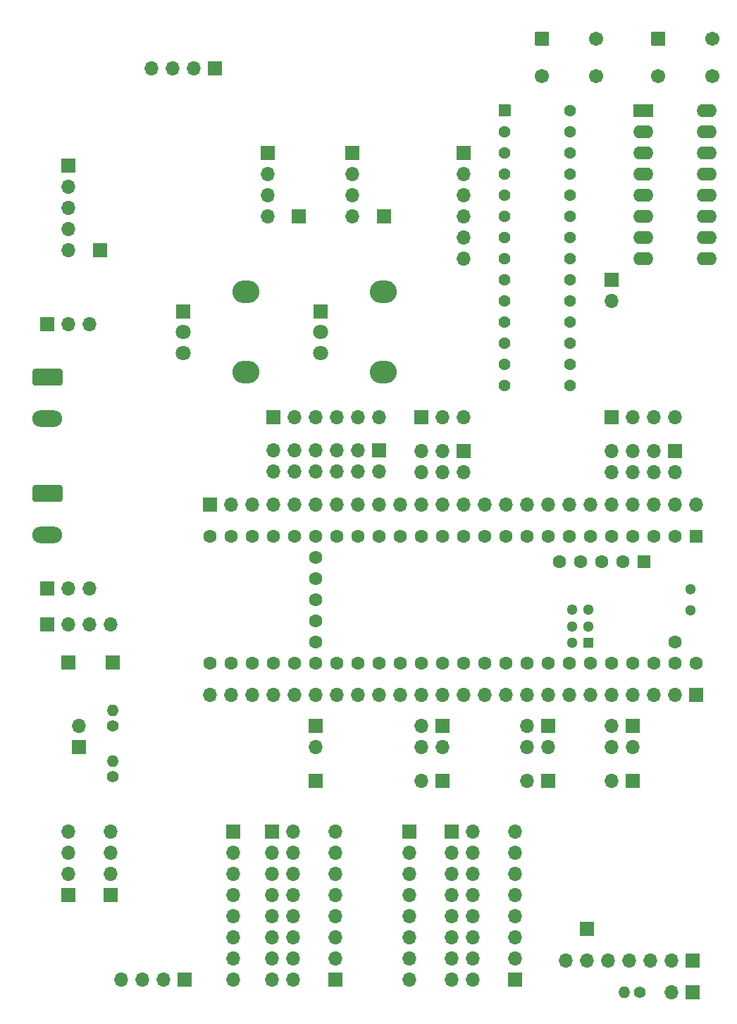
<source format=gbr>
%TF.GenerationSoftware,KiCad,Pcbnew,(5.1.10)-1*%
%TF.CreationDate,2024-11-06T19:54:47+01:00*%
%TF.ProjectId,NXPCupPlatine,4e585043-7570-4506-9c61-74696e652e6b,rev?*%
%TF.SameCoordinates,Original*%
%TF.FileFunction,Soldermask,Top*%
%TF.FilePolarity,Negative*%
%FSLAX46Y46*%
G04 Gerber Fmt 4.6, Leading zero omitted, Abs format (unit mm)*
G04 Created by KiCad (PCBNEW (5.1.10)-1) date 2024-11-06 19:54:47*
%MOMM*%
%LPD*%
G01*
G04 APERTURE LIST*
%ADD10O,1.700000X1.700000*%
%ADD11R,1.700000X1.700000*%
%ADD12O,1.400000X1.400000*%
%ADD13C,1.400000*%
%ADD14C,1.434000*%
%ADD15C,1.300000*%
%ADD16C,1.600000*%
%ADD17R,1.300000X1.300000*%
%ADD18R,1.600000X1.600000*%
%ADD19O,2.400000X1.600000*%
%ADD20R,2.400000X1.600000*%
%ADD21C,1.712000*%
%ADD22O,3.240000X2.720000*%
%ADD23C,1.800000*%
%ADD24R,1.800000X1.800000*%
%ADD25O,3.600000X2.000000*%
G04 APERTURE END LIST*
D10*
%TO.C,J5*%
X30200000Y-115280000D03*
X30200000Y-112740000D03*
X30200000Y-110200000D03*
X30200000Y-107660000D03*
X30200000Y-105120000D03*
X30200000Y-102580000D03*
X30200000Y-100040000D03*
D11*
X30200000Y-97500000D03*
%TD*%
D12*
%TO.C,R1*%
X15748000Y-89032000D03*
D13*
X15748000Y-90932000D03*
%TD*%
D12*
%TO.C,R0*%
X15748000Y-82936000D03*
D13*
X15748000Y-84836000D03*
%TD*%
D10*
%TO.C,J40*%
X35052000Y-54229000D03*
X35052000Y-51689000D03*
X37592000Y-54229000D03*
X37592000Y-51689000D03*
X40132000Y-54229000D03*
X40132000Y-51689000D03*
X42672000Y-54229000D03*
X42672000Y-51689000D03*
X45212000Y-54229000D03*
X45212000Y-51689000D03*
X47752000Y-54229000D03*
D11*
X47752000Y-51689000D03*
%TD*%
D10*
%TO.C,J50*%
X65532000Y-91440000D03*
D11*
X68072000Y-91440000D03*
%TD*%
D10*
%TO.C,J48*%
X52832000Y-91440000D03*
D11*
X55372000Y-91440000D03*
%TD*%
D10*
%TO.C,J47*%
X83312000Y-47752000D03*
X80772000Y-47752000D03*
X78232000Y-47752000D03*
D11*
X75692000Y-47752000D03*
%TD*%
D10*
%TO.C,J46*%
X57912000Y-47752000D03*
X55372000Y-47752000D03*
D11*
X52832000Y-47752000D03*
%TD*%
D10*
%TO.C,J45*%
X47752000Y-47752000D03*
X45212000Y-47752000D03*
X42672000Y-47752000D03*
X40132000Y-47752000D03*
X37592000Y-47752000D03*
D11*
X35052000Y-47752000D03*
%TD*%
D10*
%TO.C,J44*%
X52832000Y-87376000D03*
X52832000Y-84836000D03*
X55372000Y-87376000D03*
D11*
X55372000Y-84836000D03*
%TD*%
D10*
%TO.C,J43*%
X65532000Y-87376000D03*
X65532000Y-84836000D03*
X68072000Y-87376000D03*
D11*
X68072000Y-84836000D03*
%TD*%
D10*
%TO.C,J42*%
X75692000Y-54356000D03*
X75692000Y-51816000D03*
X78232000Y-54356000D03*
X78232000Y-51816000D03*
X80772000Y-54356000D03*
X80772000Y-51816000D03*
X83312000Y-54356000D03*
D11*
X83312000Y-51816000D03*
%TD*%
D10*
%TO.C,J41*%
X52832000Y-54356000D03*
X52832000Y-51816000D03*
X55372000Y-54356000D03*
X55372000Y-51816000D03*
X57912000Y-54356000D03*
D11*
X57912000Y-51816000D03*
%TD*%
%TO.C,J54*%
X40132000Y-91440000D03*
%TD*%
D10*
%TO.C,J53*%
X40132000Y-87376000D03*
D11*
X40132000Y-84836000D03*
%TD*%
D10*
%TO.C,J52*%
X75692000Y-91440000D03*
D11*
X78232000Y-91440000D03*
%TD*%
D10*
%TO.C,J49*%
X75692000Y-87376000D03*
X75692000Y-84836000D03*
X78232000Y-87376000D03*
D11*
X78232000Y-84836000D03*
%TD*%
D10*
%TO.C,Motor_ESC1*%
X15530000Y-72644000D03*
X12990000Y-72644000D03*
X10450000Y-72644000D03*
D11*
X7910000Y-72644000D03*
%TD*%
%TO.C,J51*%
X15748000Y-77216000D03*
%TD*%
D10*
%TO.C,I2C_Spare_0*%
X10450000Y-97540000D03*
X10450000Y-100080000D03*
X10450000Y-102620000D03*
D11*
X10450000Y-105160000D03*
%TD*%
D10*
%TO.C,I2C_Spare_1*%
X15530000Y-97540000D03*
X15530000Y-100080000D03*
X15530000Y-102620000D03*
D11*
X15530000Y-105160000D03*
%TD*%
D10*
%TO.C,12V1*%
X11720000Y-84840000D03*
D11*
X11720000Y-87380000D03*
%TD*%
D10*
%TO.C,LED_Streifen1*%
X12990000Y-36580000D03*
X10450000Y-36580000D03*
D11*
X7910000Y-36580000D03*
%TD*%
D10*
%TO.C,J10*%
X64060000Y-97540000D03*
X64060000Y-100080000D03*
X64060000Y-102620000D03*
X64060000Y-105160000D03*
X64060000Y-107700000D03*
X64060000Y-110240000D03*
X64060000Y-112780000D03*
D11*
X64060000Y-115320000D03*
%TD*%
D10*
%TO.C,Cam_L1*%
X58980000Y-115320000D03*
X56440000Y-115320000D03*
X58980000Y-112780000D03*
X56440000Y-112780000D03*
X58980000Y-110240000D03*
X56440000Y-110240000D03*
X58980000Y-107700000D03*
X56440000Y-107700000D03*
X58980000Y-105160000D03*
X56440000Y-105160000D03*
X58980000Y-102620000D03*
X56440000Y-102620000D03*
X58980000Y-100080000D03*
X56440000Y-100080000D03*
X58980000Y-97540000D03*
D11*
X56440000Y-97540000D03*
%TD*%
D10*
%TO.C,J8*%
X51360000Y-115320000D03*
X51360000Y-112780000D03*
X51360000Y-110240000D03*
X51360000Y-107700000D03*
X51360000Y-105160000D03*
X51360000Y-102620000D03*
X51360000Y-100080000D03*
D11*
X51360000Y-97540000D03*
%TD*%
D10*
%TO.C,J7*%
X42470000Y-97540000D03*
X42470000Y-100080000D03*
X42470000Y-102620000D03*
X42470000Y-105160000D03*
X42470000Y-107700000D03*
X42470000Y-110240000D03*
X42470000Y-112780000D03*
D11*
X42470000Y-115320000D03*
%TD*%
D10*
%TO.C,Cam_R1*%
X37390000Y-115320000D03*
X34850000Y-115320000D03*
X37390000Y-112780000D03*
X34850000Y-112780000D03*
X37390000Y-110240000D03*
X34850000Y-110240000D03*
X37390000Y-107700000D03*
X34850000Y-107700000D03*
X37390000Y-105160000D03*
X34850000Y-105160000D03*
X37390000Y-102620000D03*
X34850000Y-102620000D03*
X37390000Y-100080000D03*
X34850000Y-100080000D03*
X37390000Y-97540000D03*
D11*
X34850000Y-97540000D03*
%TD*%
D12*
%TO.C,R2*%
X77210000Y-116860000D03*
D13*
X79110000Y-116860000D03*
%TD*%
D10*
%TO.C,OF_LED1*%
X82920000Y-116860000D03*
D11*
X85460000Y-116860000D03*
%TD*%
D10*
%TO.C,Display1*%
X16800000Y-115320000D03*
X19340000Y-115320000D03*
X21880000Y-115320000D03*
D11*
X24420000Y-115320000D03*
%TD*%
%TO.C,J28*%
X48360000Y-23580000D03*
%TD*%
%TO.C,J27*%
X38100000Y-23580000D03*
%TD*%
D10*
%TO.C,LichtSchranke_1*%
X44550000Y-23580000D03*
X44550000Y-21040000D03*
X44550000Y-18500000D03*
D11*
X44550000Y-15960000D03*
%TD*%
D10*
%TO.C,LichtSchranke_0*%
X34390000Y-23580000D03*
X34390000Y-21040000D03*
X34390000Y-18500000D03*
D11*
X34390000Y-15960000D03*
%TD*%
%TO.C,J24*%
X10450000Y-77220000D03*
%TD*%
%TO.C,J23*%
X72760000Y-109220000D03*
%TD*%
%TO.C,J22*%
X14260000Y-27690000D03*
%TD*%
D10*
%TO.C,IMU1*%
X10450000Y-27690000D03*
X10450000Y-25150000D03*
X10450000Y-22610000D03*
X10450000Y-20070000D03*
D11*
X10450000Y-17530000D03*
%TD*%
D10*
%TO.C,Distanz_Messer1*%
X20420000Y-5800000D03*
X22960000Y-5800000D03*
X25500000Y-5800000D03*
D11*
X28040000Y-5800000D03*
%TD*%
D10*
%TO.C,OpticalFlow1*%
X70220000Y-113050000D03*
X72760000Y-113050000D03*
X75300000Y-113050000D03*
X77840000Y-113050000D03*
X80380000Y-113050000D03*
X82920000Y-113050000D03*
D11*
X85460000Y-113050000D03*
%TD*%
D14*
%TO.C,IOExpander1*%
X70695000Y-10880000D03*
X70695000Y-13420000D03*
X70695000Y-15960000D03*
X70695000Y-18500000D03*
X70695000Y-21040000D03*
X70695000Y-23580000D03*
X70695000Y-26120000D03*
X70695000Y-28660000D03*
X70695000Y-31200000D03*
X70695000Y-33740000D03*
X70695000Y-36280000D03*
X70695000Y-38820000D03*
X70695000Y-41360000D03*
X70695000Y-43900000D03*
X62825000Y-43900000D03*
X62825000Y-41360000D03*
X62825000Y-38820000D03*
X62825000Y-36280000D03*
X62825000Y-33740000D03*
X62825000Y-31200000D03*
X62825000Y-28660000D03*
X62825000Y-26120000D03*
X62825000Y-23580000D03*
X62825000Y-21040000D03*
X62825000Y-18500000D03*
X62825000Y-15960000D03*
X62825000Y-13420000D03*
G36*
G01*
X62108000Y-11495000D02*
X62108000Y-10265000D01*
G75*
G02*
X62210000Y-10163000I102000J0D01*
G01*
X63440000Y-10163000D01*
G75*
G02*
X63542000Y-10265000I0J-102000D01*
G01*
X63542000Y-11495000D01*
G75*
G02*
X63440000Y-11597000I-102000J0D01*
G01*
X62210000Y-11597000D01*
G75*
G02*
X62108000Y-11495000I0J102000D01*
G01*
G37*
%TD*%
D15*
%TO.C,Teensy4.1*%
X85160000Y-70950000D03*
X85160000Y-68410000D03*
D16*
X40170000Y-74760000D03*
X40170000Y-72220000D03*
X40170000Y-69680000D03*
X40170000Y-67140000D03*
X40170000Y-64600000D03*
D15*
X72920000Y-70861600D03*
X70920000Y-70861600D03*
X70920000Y-72861600D03*
X72920000Y-72861600D03*
X70920000Y-74861600D03*
D17*
X72920000Y-74861600D03*
D16*
X45250000Y-62060000D03*
X42710000Y-62060000D03*
X40170000Y-62060000D03*
X37630000Y-62060000D03*
X47790000Y-62060000D03*
X50330000Y-62060000D03*
X52870000Y-62060000D03*
X35090000Y-62060000D03*
X32550000Y-62060000D03*
X30010000Y-62060000D03*
X27470000Y-62060000D03*
X27470000Y-77300000D03*
X30010000Y-77300000D03*
X32550000Y-77300000D03*
X35090000Y-77300000D03*
X37630000Y-77300000D03*
X40170000Y-77300000D03*
X42710000Y-77300000D03*
X45250000Y-77300000D03*
X47790000Y-77300000D03*
X50330000Y-77300000D03*
X55410000Y-62060000D03*
X57950000Y-62060000D03*
X60490000Y-62060000D03*
X63030000Y-62060000D03*
X65570000Y-62060000D03*
X68110000Y-62060000D03*
X70650000Y-62060000D03*
X73190000Y-62060000D03*
X75730000Y-62060000D03*
X78270000Y-62060000D03*
X80810000Y-62060000D03*
X83350000Y-62060000D03*
D18*
X85890000Y-62060000D03*
D16*
X52870000Y-77300000D03*
X55410000Y-77300000D03*
X57950000Y-77300000D03*
X60490000Y-77300000D03*
X63030000Y-77300000D03*
X65570000Y-77300000D03*
X68110000Y-77300000D03*
X70650000Y-77300000D03*
X73190000Y-77300000D03*
X75730000Y-77300000D03*
X78270000Y-77300000D03*
X80810000Y-77300000D03*
X83350000Y-77300000D03*
X85890000Y-77300000D03*
D18*
X79590800Y-65110800D03*
D16*
X77050800Y-65110800D03*
X74510800Y-65110800D03*
X71970800Y-65110800D03*
X69430800Y-65110800D03*
X83350000Y-74760000D03*
%TD*%
D19*
%TO.C,DIP_Switch1*%
X87080000Y-10880000D03*
X79460000Y-28660000D03*
X87080000Y-13420000D03*
X79460000Y-26120000D03*
X87080000Y-15960000D03*
X79460000Y-23580000D03*
X87080000Y-18500000D03*
X79460000Y-21040000D03*
X87080000Y-21040000D03*
X79460000Y-18500000D03*
X87080000Y-23580000D03*
X79460000Y-15960000D03*
X87080000Y-26120000D03*
X79460000Y-13420000D03*
X87080000Y-28660000D03*
D20*
X79460000Y-10880000D03*
%TD*%
D21*
%TO.C,Taster_1*%
X87790000Y-6780000D03*
X81290000Y-6780000D03*
X87790000Y-2280000D03*
G36*
G01*
X80434000Y-3034000D02*
X80434000Y-1526000D01*
G75*
G02*
X80536000Y-1424000I102000J0D01*
G01*
X82044000Y-1424000D01*
G75*
G02*
X82146000Y-1526000I0J-102000D01*
G01*
X82146000Y-3034000D01*
G75*
G02*
X82044000Y-3136000I-102000J0D01*
G01*
X80536000Y-3136000D01*
G75*
G02*
X80434000Y-3034000I0J102000D01*
G01*
G37*
%TD*%
%TO.C,Taster_0*%
X73820000Y-6780000D03*
X67320000Y-6780000D03*
X73820000Y-2280000D03*
G36*
G01*
X66464000Y-3034000D02*
X66464000Y-1526000D01*
G75*
G02*
X66566000Y-1424000I102000J0D01*
G01*
X68074000Y-1424000D01*
G75*
G02*
X68176000Y-1526000I0J-102000D01*
G01*
X68176000Y-3034000D01*
G75*
G02*
X68074000Y-3136000I-102000J0D01*
G01*
X66566000Y-3136000D01*
G75*
G02*
X66464000Y-3034000I0J102000D01*
G01*
G37*
%TD*%
D22*
%TO.C,POT_1*%
X31730000Y-32710000D03*
X31730000Y-42310000D03*
D23*
X24230000Y-40010000D03*
X24230000Y-37510000D03*
D24*
X24230000Y-35010000D03*
%TD*%
D22*
%TO.C,POT_0*%
X48240000Y-32710000D03*
X48240000Y-42310000D03*
D23*
X40740000Y-40010000D03*
X40740000Y-37510000D03*
D24*
X40740000Y-35010000D03*
%TD*%
D10*
%TO.C,IO_Interupt_Out1*%
X75650000Y-33740000D03*
D11*
X75650000Y-31200000D03*
%TD*%
D10*
%TO.C,J34*%
X57870000Y-28660000D03*
X57870000Y-26120000D03*
X57870000Y-23580000D03*
X57870000Y-21040000D03*
X57870000Y-18500000D03*
D11*
X57870000Y-15960000D03*
%TD*%
D10*
%TO.C,J21*%
X85890000Y-58250000D03*
X83350000Y-58250000D03*
X80810000Y-58250000D03*
X78270000Y-58250000D03*
X75730000Y-58250000D03*
X73190000Y-58250000D03*
X70650000Y-58250000D03*
X68110000Y-58250000D03*
X65570000Y-58250000D03*
X63030000Y-58250000D03*
X60490000Y-58250000D03*
X57950000Y-58250000D03*
X55410000Y-58250000D03*
X52870000Y-58250000D03*
X50330000Y-58250000D03*
X47790000Y-58250000D03*
X45250000Y-58250000D03*
X42710000Y-58250000D03*
X40170000Y-58250000D03*
X37630000Y-58250000D03*
X35090000Y-58250000D03*
X32550000Y-58250000D03*
X30010000Y-58250000D03*
D11*
X27470000Y-58250000D03*
%TD*%
D10*
%TO.C,J20*%
X27470000Y-81110000D03*
X30010000Y-81110000D03*
X32550000Y-81110000D03*
X35090000Y-81110000D03*
X37630000Y-81110000D03*
X40170000Y-81110000D03*
X42710000Y-81110000D03*
X45250000Y-81110000D03*
X47790000Y-81110000D03*
X50330000Y-81110000D03*
X52870000Y-81110000D03*
X55410000Y-81110000D03*
X57950000Y-81110000D03*
X60490000Y-81110000D03*
X63030000Y-81110000D03*
X65570000Y-81110000D03*
X68110000Y-81110000D03*
X70650000Y-81110000D03*
X73190000Y-81110000D03*
X75730000Y-81110000D03*
X78270000Y-81110000D03*
X80810000Y-81110000D03*
X83350000Y-81110000D03*
D11*
X85890000Y-81110000D03*
%TD*%
D25*
%TO.C,DCDC_5V1*%
X7910000Y-47930000D03*
G36*
G01*
X6360000Y-41930000D02*
X9460000Y-41930000D01*
G75*
G02*
X9710000Y-42180000I0J-250000D01*
G01*
X9710000Y-43680000D01*
G75*
G02*
X9460000Y-43930000I-250000J0D01*
G01*
X6360000Y-43930000D01*
G75*
G02*
X6110000Y-43680000I0J250000D01*
G01*
X6110000Y-42180000D01*
G75*
G02*
X6360000Y-41930000I250000J0D01*
G01*
G37*
%TD*%
%TO.C,DCDC_7.2V1*%
X7910000Y-61900000D03*
G36*
G01*
X6360000Y-55900000D02*
X9460000Y-55900000D01*
G75*
G02*
X9710000Y-56150000I0J-250000D01*
G01*
X9710000Y-57650000D01*
G75*
G02*
X9460000Y-57900000I-250000J0D01*
G01*
X6360000Y-57900000D01*
G75*
G02*
X6110000Y-57650000I0J250000D01*
G01*
X6110000Y-56150000D01*
G75*
G02*
X6360000Y-55900000I250000J0D01*
G01*
G37*
%TD*%
D10*
%TO.C,Servo1*%
X12990000Y-68330000D03*
X10450000Y-68330000D03*
D11*
X7910000Y-68330000D03*
%TD*%
M02*

</source>
